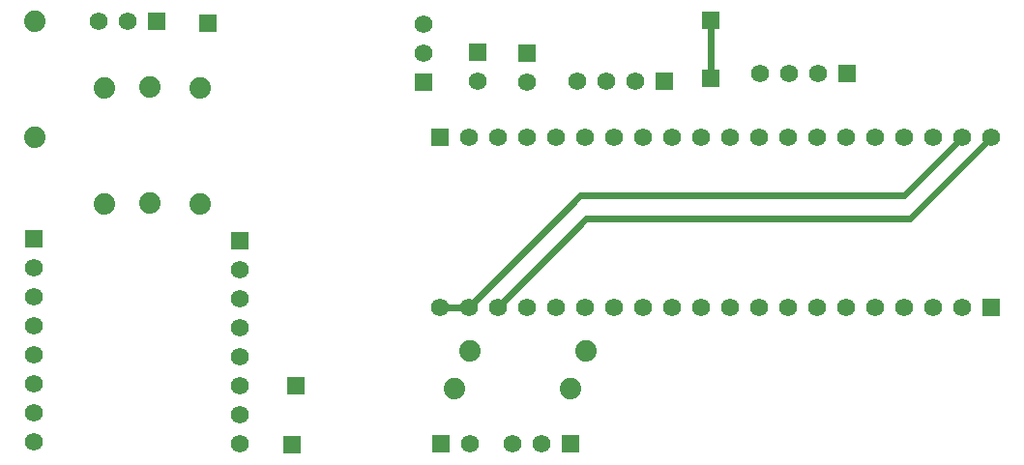
<source format=gbl>
G04 Layer: BottomLayer*
G04 EasyEDA v6.5.22, 2023-05-12 10:20:37*
G04 d26d94e297664bcd9bbc3ef6a8ca1e7a,10*
G04 Gerber Generator version 0.2*
G04 Scale: 100 percent, Rotated: No, Reflected: No *
G04 Dimensions in millimeters *
G04 leading zeros omitted , absolute positions ,4 integer and 5 decimal *
%FSLAX45Y45*%
%MOMM*%

%ADD10C,0.6000*%
%ADD11R,1.5748X1.5748*%
%ADD12C,1.5748*%
%ADD13C,1.8796*%

%LPD*%
D10*
X9029700Y3302000D02*
G01*
X8318500Y2590800D01*
X5486400Y2590800D01*
X4711700Y1816100D01*
X4457700Y1816100D02*
G01*
X5435600Y2794000D01*
X8267700Y2794000D01*
X8775700Y3302000D01*
X4203700Y1816100D02*
G01*
X4457700Y1816100D01*
X6578600Y3822700D02*
G01*
X6578600Y4330700D01*
D11*
G01*
X6578600Y4330700D03*
G01*
X4965700Y4038600D03*
D12*
G01*
X4965700Y3784600D03*
D11*
G01*
X4533900Y4051300D03*
D12*
G01*
X4533900Y3797300D03*
D11*
G01*
X647700Y2413000D03*
D12*
G01*
X647700Y2159000D03*
G01*
X647700Y1905000D03*
G01*
X647700Y1651000D03*
G01*
X647700Y1397000D03*
G01*
X647700Y1143000D03*
G01*
X647700Y889000D03*
G01*
X647700Y635000D03*
D11*
G01*
X2451100Y2400300D03*
D12*
G01*
X2451100Y2146300D03*
G01*
X2451100Y1892300D03*
G01*
X2451100Y1638300D03*
G01*
X2451100Y1384300D03*
G01*
X2451100Y1130300D03*
G01*
X2451100Y876300D03*
G01*
X2451100Y622300D03*
G01*
X9029700Y3302000D03*
G01*
X8775700Y3302000D03*
G01*
X8521700Y3302000D03*
G01*
X8267700Y3302000D03*
G01*
X8013700Y3302000D03*
G01*
X7759700Y3302000D03*
G01*
X7505700Y3302000D03*
G01*
X7251700Y3302000D03*
G01*
X6997700Y3302000D03*
G01*
X6743700Y3302000D03*
G01*
X6489700Y3302000D03*
G01*
X6235700Y3302000D03*
G01*
X5981700Y3302000D03*
G01*
X5727700Y3302000D03*
G01*
X5473700Y3302000D03*
G01*
X5219700Y3302000D03*
G01*
X4965700Y3302000D03*
G01*
X4711700Y3302000D03*
G01*
X4457700Y3302000D03*
D11*
G01*
X4203700Y3302000D03*
D12*
G01*
X4203700Y1816100D03*
G01*
X4457700Y1816100D03*
G01*
X4711700Y1816100D03*
G01*
X4965700Y1816100D03*
G01*
X5219700Y1816100D03*
G01*
X5473700Y1816100D03*
G01*
X5727700Y1816100D03*
G01*
X5981700Y1816100D03*
G01*
X6235700Y1816100D03*
G01*
X6489700Y1816100D03*
G01*
X6743700Y1816100D03*
G01*
X6997700Y1816100D03*
G01*
X7251700Y1816100D03*
G01*
X7505700Y1816100D03*
G01*
X7759700Y1816100D03*
G01*
X8013700Y1816100D03*
G01*
X8267700Y1816100D03*
G01*
X8521700Y1816100D03*
G01*
X8775700Y1816100D03*
D11*
G01*
X9029700Y1816100D03*
G01*
X7772400Y3860800D03*
D12*
G01*
X7518400Y3860800D03*
G01*
X7264400Y3860800D03*
G01*
X7010400Y3860800D03*
D11*
G01*
X6172200Y3797300D03*
D12*
G01*
X5918200Y3797300D03*
G01*
X5664200Y3797300D03*
G01*
X5410200Y3797300D03*
D13*
G01*
X5486400Y1435100D03*
G01*
X4470400Y1435100D03*
G01*
X5346700Y1104900D03*
G01*
X4330700Y1104900D03*
D11*
G01*
X5346700Y622300D03*
D12*
G01*
X5092700Y622300D03*
G01*
X4838700Y622300D03*
D11*
G01*
X4064000Y3784600D03*
D12*
G01*
X4064000Y4038600D03*
G01*
X4064000Y4292600D03*
D11*
G01*
X2908300Y609600D03*
G01*
X2946400Y1130300D03*
D13*
G01*
X660400Y3302000D03*
G01*
X660400Y4318000D03*
G01*
X1270000Y3733800D03*
G01*
X1270000Y2717800D03*
G01*
X1663700Y3746500D03*
G01*
X1663700Y2730500D03*
G01*
X2108200Y3733800D03*
G01*
X2108200Y2717800D03*
D11*
G01*
X2171700Y4305300D03*
G01*
X1727200Y4318000D03*
D12*
G01*
X1473200Y4318000D03*
G01*
X1219200Y4318000D03*
D11*
G01*
X6578600Y3822700D03*
G01*
X4216400Y622300D03*
D12*
G01*
X4470400Y622300D03*
M02*

</source>
